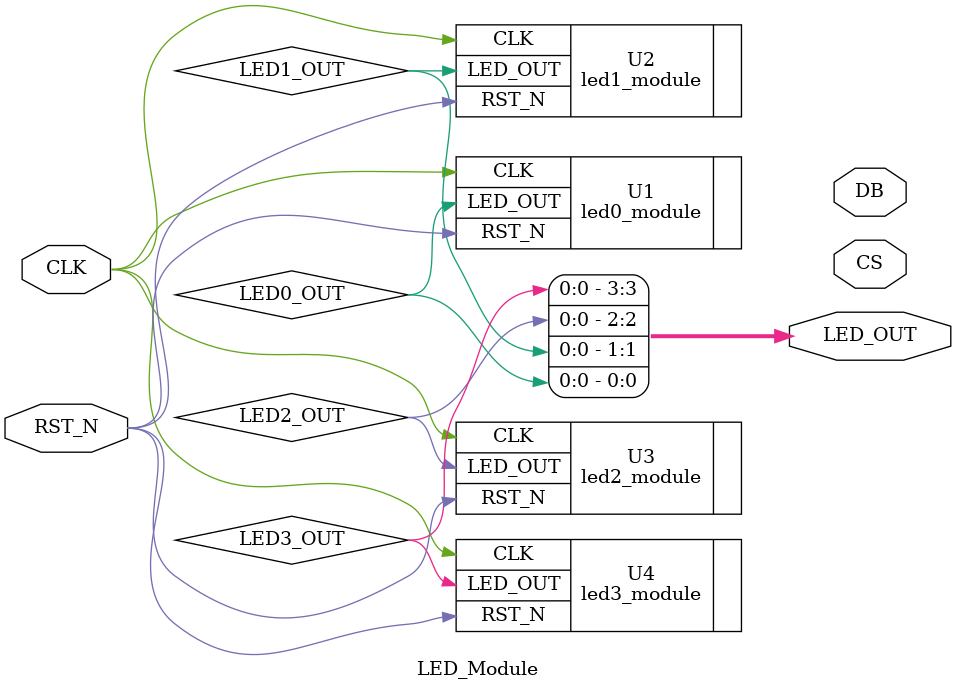
<source format=v>
module LED_Module
(
	CLK, RST_N, 
	LED_OUT,
	DB,CS,
);

input CLK;
input RST_N;
output[3:0] LED_OUT;
output[6:0] DB;            //7段数码管，不包括小数点
output[5:0] CS;

/******************Instantiation****************/
/***********************************************/
wire LED0_OUT;

led0_module U1
(
	.CLK(CLK),
	.RST_N(RST_N),
	.LED_OUT(LED0_OUT)
);
/**********************************************/
wire LED1_OUT;

led1_module U2
(
	.CLK(CLK),
	.RST_N(RST_N),
	.LED_OUT(LED1_OUT)
);
/************************************************/
wire LED2_OUT;

led2_module U3
(
	.CLK(CLK),
	.RST_N(RST_N),
	.LED_OUT(LED2_OUT)
);
/************************************************/
wire LED3_OUT;

led3_module U4
(
	.CLK(CLK),
	.RST_N(RST_N),
	.LED_OUT(LED3_OUT)
);
/************************************************/ 
/*wire[6:0] SM_DBr;

 Digital_Tube U5(
	.clk(CLK),
	.rst_n(RST_N),
	.sm_db(SM_DBr),
	.cs(CS)
);

/************************************************/

/*assign DB = SM_DBr;*/
assign LED_OUT = {LED3_OUT, LED2_OUT, LED1_OUT, LED0_OUT};

/**************************************************/
endmodule
</source>
